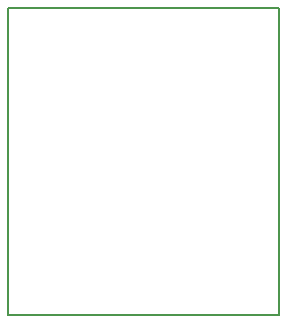
<source format=gko>
G04 #@! TF.FileFunction,Profile,NP*
%FSLAX46Y46*%
G04 Gerber Fmt 4.6, Leading zero omitted, Abs format (unit mm)*
G04 Created by KiCad (PCBNEW 4.0.4-1.fc24-product) date Tue Jun 12 13:24:59 2018*
%MOMM*%
%LPD*%
G01*
G04 APERTURE LIST*
%ADD10C,0.100000*%
%ADD11C,0.150000*%
G04 APERTURE END LIST*
D10*
D11*
X145000000Y-112000000D02*
X145000000Y-86000000D01*
X168000000Y-112000000D02*
X145000000Y-112000000D01*
X168000000Y-86000000D02*
X168000000Y-112000000D01*
X145000000Y-86000000D02*
X168000000Y-86000000D01*
M02*

</source>
